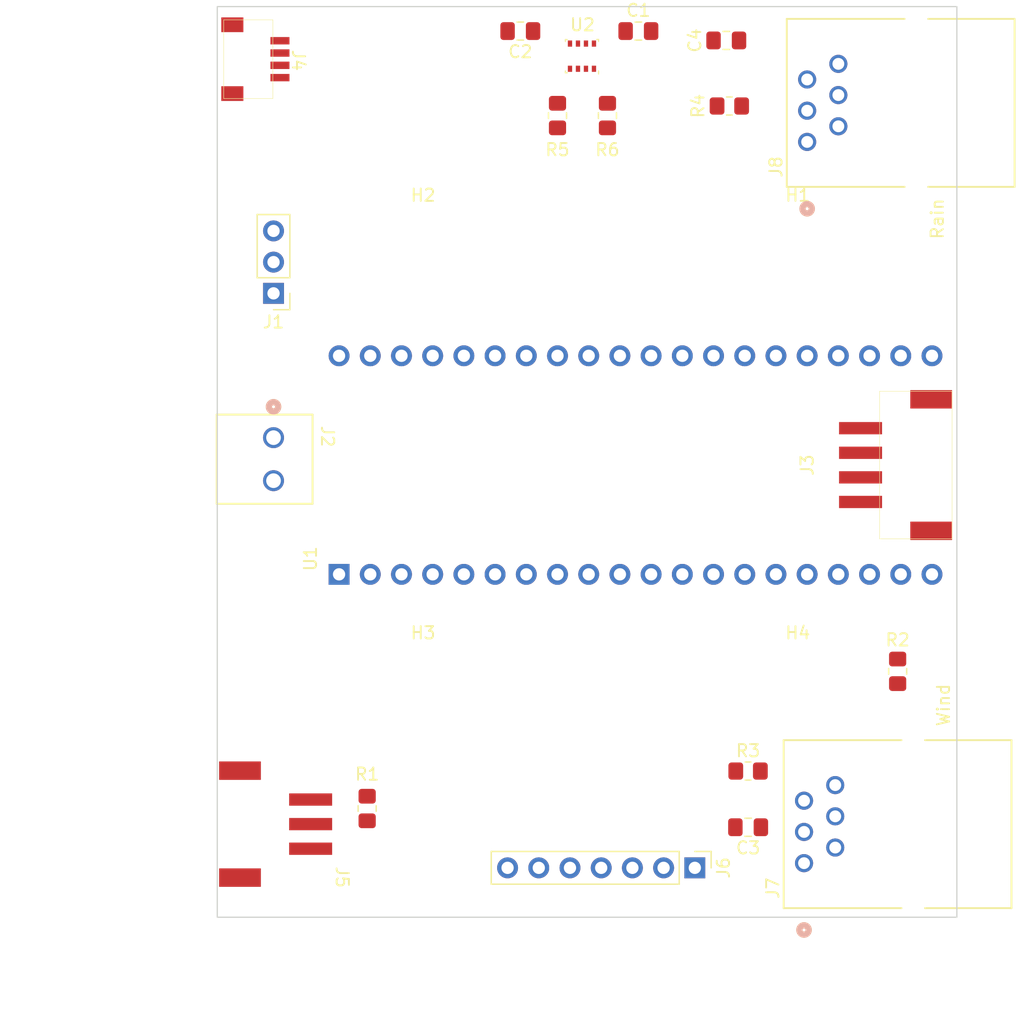
<source format=kicad_pcb>
(kicad_pcb (version 20240108) (generator "pcbnew") (generator_version "8.0")
  (layers (0 "F.Cu" signal) (31 "B.Cu" signal) (34 "B.Paste" user) (35 "F.Paste" user) (36 "B.SilkS" user "B.Silkscreen") (37 "F.SilkS" user "F.Silkscreen") (38 "B.Mask" user) (39 "F.Mask" user) (44 "Edge.Cuts" user))
  (net 0 "")
  (net 1 "/RAIN_COUNT")
  (net 2 "GND")
  (net 3 "/WINDSPEED_TGR")
  (net 4 "VCC")
  (net 5 "/UART_RX")
  (net 6 "/UART_TX")
  (net 9 "/MOSI")
  (net 10 "/MISO")
  (net 11 "/SCK")
  (net 12 "/~{CS}")
  (net 13 "/LIGHTNING_INT")
  (net 14 "+5V")
  (net 15 "/SDA")
  (net 16 "/SCL")
  (net 17 "/ONE_WIRE")
  (net 19 "/WINDDIR_OUT")
  (footprint "WeatherStation:CONN6_5555165-1_TEC" (layer "F.Cu") (at 162.56 114.935 90)
    (property "Reference" "J7" (at -2.032 -2.54 90) (layer "F.SilkS"))
    (property "Value" "RJ11")
    (fp_circle (center -5.4356 0) (end -5.0546 0) (stroke (width 0.508)) (fill none) (layer "B.SilkS"))
    (fp_line (start 10.0076 -1.657) (end -3.6576 -1.657) (stroke (width 0.1524)) (layer "F.SilkS"))
    (fp_line (start -3.6576 -1.657) (end -3.6576 7.93388) (stroke (width 0.1524)) (layer "F.SilkS"))
    (fp_line (start 10.0076 7.93388) (end 10.0076 -1.657) (stroke (width 0.1524)) (layer "F.SilkS"))
    (fp_line (start -3.6576 9.84612) (end -3.6576 16.885) (stroke (width 0.1524)) (layer "F.SilkS"))
    (fp_line (start 10.0076 16.885) (end 10.0076 9.84612) (stroke (width 0.1524)) (layer "F.SilkS"))
    (fp_line (start -3.6576 16.885) (end 10.0076 16.885) (stroke (width 0.1524)) (layer "F.SilkS"))
    (fp_circle (center -5.4356 0) (end -5.0546 0) (stroke (width 0.508)) (fill none) (layer "F.SilkS"))
    (pad "" np_thru_hole circle (at -1.905 8.89 90) (size 3.3274 3.3274) (drill 3.3274) (layers "*.Cu" "*.Mask"))
    (pad "" np_thru_hole circle (at 8.255 8.89 90) (size 3.3274 3.3274) (drill 3.3274) (layers "*.Cu" "*.Mask"))
    (pad "1" thru_hole circle (at 0 0 90) (size 1.4732 1.4732) (drill 0.9652) (layers "*.Cu" "*.Mask"))
    (pad "2" thru_hole circle (at 1.27 2.54 90) (size 1.4732 1.4732) (drill 0.9652) (layers "*.Cu" "*.Mask") (net 2 "GND"))
    (pad "3" thru_hole circle (at 2.54 0 90) (size 1.4732 1.4732) (drill 0.9652) (layers "*.Cu" "*.Mask") (net 2 "GND"))
    (pad "4" thru_hole circle (at 3.81 2.54 90) (size 1.4732 1.4732) (drill 0.9652) (layers "*.Cu" "*.Mask") (net 3 "/WINDSPEED_TGR"))
    (pad "5" thru_hole circle (at 5.08 0 90) (size 1.4732 1.4732) (drill 0.9652) (layers "*.Cu" "*.Mask") (net 19 "/WINDDIR_OUT"))
    (pad "6" thru_hole circle (at 6.35 2.54 90) (size 1.4732 1.4732) (drill 0.9652) (layers "*.Cu" "*.Mask"))
  )
  (footprint "WeatherStation:STEMMA_LARGE_3pin" (layer "F.Cu") (at 120.65 111.76 -90)
    (property "Reference" "J5" (at 4.318 -4.318 -90) (layer "F.SilkS"))
    (property "Value" "DS18B20")
    (pad "1" smd rect (at -2 -1.75 270) (size 1 3.5) (layers "F.Cu" "F.Paste" "F.Mask") (net 17 "/ONE_WIRE"))
    (pad "2" smd rect (at 0 -1.75 270) (size 1 3.5) (layers "F.Cu" "F.Paste" "F.Mask") (net 4 "VCC"))
    (pad "3" smd rect (at 2 -1.75 270) (size 1 3.5) (layers "F.Cu" "F.Paste" "F.Mask") (net 2 "GND"))
    (pad "4" smd rect (at 4.35 4 270) (size 1.5 3.4) (layers "F.Cu" "F.Paste" "F.Mask"))
    (pad "5" smd rect (at -4.35 4 270) (size 1.5 3.4) (layers "F.Cu" "F.Paste" "F.Mask"))
  )
  (footprint "Capacitor_SMD:C_0805_2012Metric_Pad1.18x1.45mm_HandSolder" (layer "F.Cu") (at 139.4675 47.244 180)
    (property "Reference" "C2" (at 0 -1.68 0) (layer "F.SilkS"))
    (property "Value" "100nF")
    (fp_line (start -0.261252 0.735) (end 0.261252 0.735) (stroke (width 0.12)) (layer "F.SilkS"))
    (fp_line (start -0.261252 -0.735) (end 0.261252 -0.735) (stroke (width 0.12)) (layer "F.SilkS"))
    (pad "1" smd roundrect (at -1.0375 0 180) (size 1.175 1.45) (layers "F.Cu" "F.Paste" "F.Mask") (roundrect_rratio 0.212766) (net 4 "VCC"))
    (pad "2" smd roundrect (at 1.0375 0 180) (size 1.175 1.45) (layers "F.Cu" "F.Paste" "F.Mask") (roundrect_rratio 0.212766) (net 2 "GND"))
  )
  (footprint "MountingHole:MountingHole_3.2mm_M3_ISO7380" (layer "F.Cu") (at 162.052 64.4506)
    (property "Reference" "H1" (at 0 -3.85 0) (layer "F.SilkS"))
    (property "Value" "MountingHole_Pad")
    (pad "" np_thru_hole circle (at 0 0) (size 3.2 3.2) (drill 3.2) (layers "*.Cu" "*.Mask"))
  )
  (footprint "WeatherStation:CONN6_5555165-1_TEC" (layer "F.Cu") (at 162.814 56.261 90)
    (property "Reference" "J8" (at -2.032 -2.54 90) (layer "F.SilkS"))
    (property "Value" "RJ11")
    (fp_circle (center -5.4356 0) (end -5.0546 0) (stroke (width 0.508)) (fill none) (layer "B.SilkS"))
    (fp_line (start 10.0076 -1.657) (end -3.6576 -1.657) (stroke (width 0.1524)) (layer "F.SilkS"))
    (fp_line (start -3.6576 -1.657) (end -3.6576 7.93388) (stroke (width 0.1524)) (layer "F.SilkS"))
    (fp_line (start 10.0076 7.93388) (end 10.0076 -1.657) (stroke (width 0.1524)) (layer "F.SilkS"))
    (fp_line (start -3.6576 9.84612) (end -3.6576 16.885) (stroke (width 0.1524)) (layer "F.SilkS"))
    (fp_line (start 10.0076 16.885) (end 10.0076 9.84612) (stroke (width 0.1524)) (layer "F.SilkS"))
    (fp_line (start -3.6576 16.885) (end 10.0076 16.885) (stroke (width 0.1524)) (layer "F.SilkS"))
    (fp_circle (center -5.4356 0) (end -5.0546 0) (stroke (width 0.508)) (fill none) (layer "F.SilkS"))
    (pad "" np_thru_hole circle (at -1.905 8.89 90) (size 3.3274 3.3274) (drill 3.3274) (layers "*.Cu" "*.Mask"))
    (pad "" np_thru_hole circle (at 8.255 8.89 90) (size 3.3274 3.3274) (drill 3.3274) (layers "F&B.Cu" "*.Mask"))
    (pad "1" thru_hole circle (at 0 0 90) (size 1.4732 1.4732) (drill 0.9652) (layers "*.Cu" "*.Mask"))
    (pad "2" thru_hole circle (at 1.27 2.54 90) (size 1.4732 1.4732) (drill 0.9652) (layers "*.Cu" "*.Mask"))
    (pad "3" thru_hole circle (at 2.54 0 90) (size 1.4732 1.4732) (drill 0.9652) (layers "*.Cu" "*.Mask") (net 2 "GND"))
    (pad "4" thru_hole circle (at 3.81 2.54 90) (size 1.4732 1.4732) (drill 0.9652) (layers "*.Cu" "*.Mask") (net 1 "/RAIN_COUNT"))
    (pad "5" thru_hole circle (at 5.08 0 90) (size 1.4732 1.4732) (drill 0.9652) (layers "*.Cu" "*.Mask"))
    (pad "6" thru_hole circle (at 6.35 2.54 90) (size 1.4732 1.4732) (drill 0.9652) (layers "*.Cu" "*.Mask"))
  )
  (footprint "Resistor_SMD:R_0805_2012Metric_Pad1.20x1.40mm_HandSolder" (layer "F.Cu") (at 127 110.49 -90)
    (property "Reference" "R1" (at -2.794 0 180) (layer "F.SilkS"))
    (property "Value" "R")
    (fp_line (start -0.227064 0.735) (end 0.227064 0.735) (stroke (width 0.12)) (layer "F.SilkS"))
    (fp_line (start -0.227064 -0.735) (end 0.227064 -0.735) (stroke (width 0.12)) (layer "F.SilkS"))
    (pad "1" smd roundrect (at -1 0 270) (size 1.2 1.4) (layers "F.Cu" "F.Paste" "F.Mask") (roundrect_rratio 0.208333) (net 17 "/ONE_WIRE"))
    (pad "2" smd roundrect (at 1 0 270) (size 1.2 1.4) (layers "F.Cu" "F.Paste" "F.Mask") (roundrect_rratio 0.208333) (net 4 "VCC"))
  )
  (footprint "Capacitor_SMD:C_0805_2012Metric_Pad1.18x1.45mm_HandSolder" (layer "F.Cu") (at 156.2315 48.006 180)
    (property "Reference" "C4" (at 2.5615 0 90) (layer "F.SilkS"))
    (property "Value" "10pF")
    (fp_line (start -0.261252 0.735) (end 0.261252 0.735) (stroke (width 0.12)) (layer "F.SilkS"))
    (fp_line (start -0.261252 -0.735) (end 0.261252 -0.735) (stroke (width 0.12)) (layer "F.SilkS"))
    (pad "1" smd roundrect (at -1.0375 0 180) (size 1.175 1.45) (layers "F.Cu" "F.Paste" "F.Mask") (roundrect_rratio 0.212766) (net 1 "/RAIN_COUNT"))
    (pad "2" smd roundrect (at 1.0375 0 180) (size 1.175 1.45) (layers "F.Cu" "F.Paste" "F.Mask") (roundrect_rratio 0.212766) (net 2 "GND"))
  )
  (footprint "Package_LGA:Bosch_LGA-8_2.5x2.5mm_P0.65mm_ClockwisePinNumbering" (layer "F.Cu") (at 144.485 49.285 180)
    (property "Reference" "U2" (at -0.041 2.549 0) (layer "F.SilkS"))
    (property "Value" "BME280")
    (fp_line (start 1.35 1.35) (end 1.35 1.2) (stroke (width 0.1)) (layer "F.SilkS"))
    (fp_line (start 1.35 1.35) (end 1.2 1.35) (stroke (width 0.1)) (layer "F.SilkS"))
    (fp_line (start 1.35 -1.35) (end 1.35 -1.2) (stroke (width 0.1)) (layer "F.SilkS"))
    (fp_line (start 1.2 -1.35) (end 1.35 -1.35) (stroke (width 0.1)) (layer "F.SilkS"))
    (fp_line (start -1.35 1.36) (end -1.2 1.36) (stroke (width 0.1)) (layer "F.SilkS"))
    (fp_line (start -1.35 1.35) (end -1.35 1.2) (stroke (width 0.1)) (layer "F.SilkS"))
    (fp_line (start -1.35 -1.2) (end -1.35 -1.45) (stroke (width 0.1)) (layer "F.SilkS"))
    (pad "1" smd rect (at -0.975 -1.025 270) (size 0.5 0.35) (layers "F.Cu" "F.Paste" "F.Mask") (net 2 "GND"))
    (pad "2" smd rect (at -0.325 -1.025 270) (size 0.5 0.35) (layers "F.Cu" "F.Paste" "F.Mask") (net 4 "VCC"))
    (pad "3" smd rect (at 0.325 -1.025 270) (size 0.5 0.35) (layers "F.Cu" "F.Paste" "F.Mask") (net 15 "/SDA"))
    (pad "4" smd rect (at 0.975 -1.025 270) (size 0.5 0.35) (layers "F.Cu" "F.Paste" "F.Mask") (net 16 "/SCL"))
    (pad "5" smd rect (at 0.975 1.025 270) (size 0.5 0.35) (layers "F.Cu" "F.Paste" "F.Mask") (net 2 "GND"))
    (pad "6" smd rect (at 0.325 1.025 270) (size 0.5 0.35) (layers "F.Cu" "F.Paste" "F.Mask") (net 4 "VCC"))
    (pad "7" smd rect (at -0.325 1.025 270) (size 0.5 0.35) (layers "F.Cu" "F.Paste" "F.Mask") (net 2 "GND"))
    (pad "8" smd rect (at -0.975 1.025 270) (size 0.5 0.35) (layers "F.Cu" "F.Paste" "F.Mask") (net 4 "VCC"))
  )
  (footprint "Capacitor_SMD:C_0805_2012Metric_Pad1.18x1.45mm_HandSolder" (layer "F.Cu") (at 149.0765 47.244)
    (property "Reference" "C1" (at 0 -1.68 0) (layer "F.SilkS"))
    (property "Value" "100nF")
    (fp_line (start -0.261252 -0.735) (end 0.261252 -0.735) (stroke (width 0.12)) (layer "F.SilkS"))
    (fp_line (start -0.261252 0.735) (end 0.261252 0.735) (stroke (width 0.12)) (layer "F.SilkS"))
    (pad "1" smd roundrect (at -1.0375 0) (size 1.175 1.45) (layers "F.Cu" "F.Paste" "F.Mask") (roundrect_rratio 0.212766) (net 4 "VCC"))
    (pad "2" smd roundrect (at 1.0375 0) (size 1.175 1.45) (layers "F.Cu" "F.Paste" "F.Mask") (roundrect_rratio 0.212766) (net 2 "GND"))
  )
  (footprint "WeatherStation:STEMMA_SMALL" (layer "F.Cu") (at 119.126 49.53 -90)
    (property "Reference" "J4" (at 0.1 -2.286 -90) (layer "F.SilkS"))
    (property "Value" "STEMMA_QT")
    (fp_line (start -3.2 3.8) (end 3.2 3.8) (stroke (width 0.04)) (layer "F.SilkS"))
    (fp_line (start -3.2 -0.2) (end -3.2 3.8) (stroke (width 0.04)) (layer "F.SilkS"))
    (fp_line (start -3.2 -0.2) (end 3.2 -0.2) (stroke (width 0.04)) (layer "F.SilkS"))
    (fp_line (start 3.2 -0.2) (end 3.2 3.8) (stroke (width 0.04)) (layer "F.SilkS"))
    (pad "1" smd rect (at -1.5 -0.775 270) (size 0.6 1.55) (layers "F.Cu" "F.Paste" "F.Mask") (net 2 "GND"))
    (pad "2" smd rect (at -0.5 -0.775 270) (size 0.6 1.55) (layers "F.Cu" "F.Paste" "F.Mask") (net 4 "VCC"))
    (pad "3" smd rect (at 0.5 -0.775 270) (size 0.6 1.55) (layers "F.Cu" "F.Paste" "F.Mask") (net 15 "/SDA"))
    (pad "4" smd rect (at 1.5 -0.775 270) (size 0.6 1.55) (layers "F.Cu" "F.Paste" "F.Mask") (net 16 "/SCL"))
    (pad "5" smd rect (at 2.8 3.1 270) (size 1.2 1.8) (layers "F.Cu" "F.Paste" "F.Mask"))
    (pad "6" smd rect (at -2.8 3.1 270) (size 1.2 1.8) (layers "F.Cu" "F.Paste" "F.Mask"))
  )
  (footprint "MountingHole:MountingHole_3.2mm_M3_ISO7380" (layer "F.Cu") (at 162.052 100.0506)
    (property "Reference" "H4" (at 0 -3.85 0) (layer "F.SilkS"))
    (property "Value" "MountingHole_Pad")
    (pad "" np_thru_hole circle (at 0 0) (size 3.2 3.2) (drill 3.2) (layers "*.Cu" "*.Mask"))
  )
  (footprint "Resistor_SMD:R_0805_2012Metric_Pad1.20x1.40mm_HandSolder" (layer "F.Cu") (at 142.494 54.118 90)
    (property "Reference" "R5" (at -2.778 0 0) (layer "F.SilkS"))
    (property "Value" "4.7K")
    (fp_line (start -0.227064 -0.735) (end 0.227064 -0.735) (stroke (width 0.12)) (layer "F.SilkS"))
    (fp_line (start -0.227064 0.735) (end 0.227064 0.735) (stroke (width 0.12)) (layer "F.SilkS"))
    (pad "1" smd roundrect (at -1 0 90) (size 1.2 1.4) (layers "F.Cu" "F.Paste" "F.Mask") (roundrect_rratio 0.208333) (net 4 "VCC"))
    (pad "2" smd roundrect (at 1 0 90) (size 1.2 1.4) (layers "F.Cu" "F.Paste" "F.Mask") (roundrect_rratio 0.208333) (net 16 "/SCL"))
  )
  (footprint "Resistor_SMD:R_0805_2012Metric_Pad1.20x1.40mm_HandSolder" (layer "F.Cu") (at 170.18 99.33 -90)
    (property "Reference" "R2" (at -2.556 0 180) (layer "F.SilkS"))
    (property "Value" "10K")
    (fp_line (start -0.227064 0.735) (end 0.227064 0.735) (stroke (width 0.12)) (layer "F.SilkS"))
    (fp_line (start -0.227064 -0.735) (end 0.227064 -0.735) (stroke (width 0.12)) (layer "F.SilkS"))
    (pad "1" smd roundrect (at -1 0 270) (size 1.2 1.4) (layers "F.Cu" "F.Paste" "F.Mask") (roundrect_rratio 0.208333) (net 4 "VCC"))
    (pad "2" smd roundrect (at 1 0 270) (size 1.2 1.4) (layers "F.Cu" "F.Paste" "F.Mask") (roundrect_rratio 0.208333) (net 19 "/WINDDIR_OUT"))
  )
  (footprint "WeatherStation:STEMMA_LARGE" (layer "F.Cu") (at 168.91 82.55 90)
    (property "Reference" "J3" (at 0 -6.096 90) (layer "F.SilkS"))
    (property "Value" "STEMMA")
    (fp_line (start 6 -0.2) (end 6 5.7) (stroke (width 0.04)) (layer "F.SilkS"))
    (fp_line (start -6 -0.2) (end 6 -0.2) (stroke (width 0.04)) (layer "F.SilkS"))
    (fp_line (start -6 -0.2) (end -6 5.7) (stroke (width 0.04)) (layer "F.SilkS"))
    (fp_line (start -6 5.7) (end 6 5.7) (stroke (width 0.04)) (layer "F.SilkS"))
    (pad "1" smd rect (at -3 -1.75 90) (size 1 3.5) (layers "F.Cu" "F.Paste" "F.Mask") (net 2 "GND"))
    (pad "2" smd rect (at -1 -1.75 90) (size 1 3.5) (layers "F.Cu" "F.Paste" "F.Mask") (net 4 "VCC"))
    (pad "3" smd rect (at 1 -1.75 90) (size 1 3.5) (layers "F.Cu" "F.Paste" "F.Mask") (net 15 "/SDA"))
    (pad "4" smd rect (at 3 -1.75 90) (size 1 3.5) (layers "F.Cu" "F.Paste" "F.Mask") (net 16 "/SCL"))
    (pad "5" smd rect (at -5.35 4 90) (size 1.5 3.4) (layers "F.Cu" "F.Paste" "F.Mask"))
    (pad "6" smd rect (at 5.35 4 90) (size 1.5 3.4) (layers "F.Cu" "F.Paste" "F.Mask"))
  )
  (footprint "Resistor_SMD:R_0805_2012Metric_Pad1.20x1.40mm_HandSolder" (layer "F.Cu") (at 146.558 54.118 90)
    (property "Reference" "R6" (at -2.778 0 180) (layer "F.SilkS"))
    (property "Value" "4.7K")
    (fp_line (start -0.227064 -0.735) (end 0.227064 -0.735) (stroke (width 0.12)) (layer "F.SilkS"))
    (fp_line (start -0.227064 0.735) (end 0.227064 0.735) (stroke (width 0.12)) (layer "F.SilkS"))
    (pad "1" smd roundrect (at -1 0 90) (size 1.2 1.4) (layers "F.Cu" "F.Paste" "F.Mask") (roundrect_rratio 0.208333) (net 4 "VCC"))
    (pad "2" smd roundrect (at 1 0 90) (size 1.2 1.4) (layers "F.Cu" "F.Paste" "F.Mask") (roundrect_rratio 0.208333) (net 15 "/SDA"))
  )
  (footprint "Connector_PinHeader_2.54mm:PinHeader_1x03_P2.54mm_Vertical" (layer "F.Cu") (at 119.38 68.58 180)
    (property "Reference" "J1" (at 0 -2.33 0) (layer "F.SilkS"))
    (property "Value" "UART_DEBUG")
    (fp_line (start 1.33 1.27) (end 1.33 6.41) (stroke (width 0.12)) (layer "F.SilkS"))
    (fp_line (start -1.33 6.41) (end 1.33 6.41) (stroke (width 0.12)) (layer "F.SilkS"))
    (fp_line (start -1.33 1.27) (end 1.33 1.27) (stroke (width 0.12)) (layer "F.SilkS"))
    (fp_line (start -1.33 1.27) (end -1.33 6.41) (stroke (width 0.12)) (layer "F.SilkS"))
    (fp_line (start -1.33 0) (end -1.33 -1.33) (stroke (width 0.12)) (layer "F.SilkS"))
    (fp_line (start -1.33 -1.33) (end 0 -1.33) (stroke (width 0.12)) (layer "F.SilkS"))
    (pad "1" thru_hole rect (at 0 0 180) (size 1.7 1.7) (drill 1) (layers "*.Cu" "*.Mask") (net 2 "GND"))
    (pad "2" thru_hole oval (at 0 2.54 180) (size 1.7 1.7) (drill 1) (layers "*.Cu" "*.Mask") (net 5 "/UART_RX"))
    (pad "3" thru_hole oval (at 0 5.08 180) (size 1.7 1.7) (drill 1) (layers "*.Cu" "*.Mask") (net 6 "/UART_TX"))
  )
  (footprint "MountingHole:MountingHole_3.2mm_M3_ISO7380" (layer "F.Cu") (at 131.552 100.0506)
    (property "Reference" "H3" (at 0 -3.85 0) (layer "F.SilkS"))
    (property "Value" "MountingHole_Pad")
    (pad "" np_thru_hole circle (at 0 0) (size 3.2 3.2) (drill 3.2) (layers "*.Cu" "*.Mask"))
  )
  (footprint "MountingHole:MountingHole_3.2mm_M3_ISO7380" (layer "F.Cu") (at 131.552 64.4506)
    (property "Reference" "H2" (at 0 -3.85 0) (layer "F.SilkS"))
    (property "Value" "MountingHole_Pad")
    (pad "" np_thru_hole circle (at 0 0) (size 3.2 3.2) (drill 3.2) (layers "*.Cu" "*.Mask"))
  )
  (footprint "Capacitor_SMD:C_0805_2012Metric_Pad1.18x1.45mm_HandSolder" (layer "F.Cu") (at 158.0095 112.014 180)
    (property "Reference" "C3" (at 0 -1.68 0) (layer "F.SilkS"))
    (property "Value" "10pF")
    (fp_line (start -0.261252 0.735) (end 0.261252 0.735) (stroke (width 0.12)) (layer "F.SilkS"))
    (fp_line (start -0.261252 -0.735) (end 0.261252 -0.735) (stroke (width 0.12)) (layer "F.SilkS"))
    (pad "1" smd roundrect (at -1.0375 0 180) (size 1.175 1.45) (layers "F.Cu" "F.Paste" "F.Mask") (roundrect_rratio 0.212766) (net 3 "/WINDSPEED_TGR"))
    (pad "2" smd roundrect (at 1.0375 0 180) (size 1.175 1.45) (layers "F.Cu" "F.Paste" "F.Mask") (roundrect_rratio 0.212766) (net 2 "GND"))
  )
  (footprint "WeatherStation:CONN_1984617_PXC" (layer "F.Cu") (at 119.38 80.319998 -90)
    (property "Reference" "J2" (at -0.1 -4.4 -90) (layer "F.SilkS"))
    (property "Value" "1984617")
    (fp_circle (center -2.511999 0) (end -2.130999 0) (stroke (width 0.508)) (fill none) (layer "B.SilkS"))
    (fp_line (start -1.877 4.627001) (end 5.377001 4.627001) (stroke (width 0.1524)) (layer "F.SilkS"))
    (fp_line (start 5.377001 4.627001) (end 5.377001 -3.176999) (stroke (width 0.1524)) (layer "F.SilkS"))
    (fp_line (start -1.877 -3.176999) (end -1.877 4.627001) (stroke (width 0.1524)) (layer "F.SilkS"))
    (fp_line (start 5.377001 -3.176999) (end -1.877 -3.176999) (stroke (width 0.1524)) (layer "F.SilkS"))
    (fp_circle (center -2.511999 0) (end -2.130999 0) (stroke (width 0.508)) (fill none) (layer "F.SilkS"))
    (pad "1" thru_hole circle (at -0.000001 0 270) (size 1.7018 1.7018) (drill 1.1938) (layers "*.Cu" "*.Mask") (net 2 "GND"))
    (pad "2" thru_hole circle (at 3.500002 0 270) (size 1.7018 1.7018) (drill 1.1938) (layers "*.Cu" "*.Mask") (net 14 "+5V"))
  )
  (footprint "Resistor_SMD:R_0805_2012Metric_Pad1.20x1.40mm_HandSolder" (layer "F.Cu") (at 156.48 53.34)
    (property "Reference" "R4" (at -2.556 0 90) (layer "F.SilkS"))
    (property "Value" "10K")
    (fp_line (start -0.227064 -0.735) (end 0.227064 -0.735) (stroke (width 0.12)) (layer "F.SilkS"))
    (fp_line (start -0.227064 0.735) (end 0.227064 0.735) (stroke (width 0.12)) (layer "F.SilkS"))
    (pad "1" smd roundrect (at -1 0) (size 1.2 1.4) (layers "F.Cu" "F.Paste" "F.Mask") (roundrect_rratio 0.208333) (net 4 "VCC"))
    (pad "2" smd roundrect (at 1 0) (size 1.2 1.4) (layers "F.Cu" "F.Paste" "F.Mask") (roundrect_rratio 0.208333) (net 1 "/RAIN_COUNT"))
  )
  (footprint "WeatherStation:PinHeader_2x20_P2.54mm_Vertical" (layer "F.Cu") (at 124.714 82.55 90)
    (property "Reference" "U1" (at -7.62 -2.33 90) (layer "F.SilkS"))
    (property "Value" "PICO_W")
    (pad "1" thru_hole rect (at -8.89 0 90) (size 1.7 1.7) (drill 1) (layers "*.Cu" "*.Mask") (net 6 "/UART_TX"))
    (pad "2" thru_hole oval (at -8.89 2.54 90) (size 1.7 1.7) (drill 1) (layers "*.Cu" "*.Mask") (net 5 "/UART_RX"))
    (pad "3" thru_hole oval (at -8.89 5.08 90) (size 1.7 1.7) (drill 1) (layers "*.Cu" "*.Mask") (net 2 "GND"))
    (pad "4" thru_hole oval (at -8.89 7.62 90) (size 1.7 1.7) (drill 1) (layers "*.Cu" "*.Mask"))
    (pad "5" thru_hole oval (at -8.89 10.16 90) (size 1.7 1.7) (drill 1) (layers "*.Cu" "*.Mask"))
    (pad "6" thru_hole oval (at -8.89 12.7 90) (size 1.7 1.7) (drill 1) (layers "*.Cu" "*.Mask") (net 1 "/RAIN_COUNT"))
    (pad "7" thru_hole oval (at -8.89 15.24 90) (size 1.7 1.7) (drill 1) (layers "*.Cu" "*.Mask"))
    (pad "8" thru_hole oval (at -8.89 17.78 90) (size 1.7 1.7) (drill 1) (layers "*.Cu" "*.Mask") (net 2 "GND"))
    (pad "9" thru_hole oval (at -8.89 20.32 90) (size 1.7 1.7) (drill 1) (layers "*.Cu" "*.Mask"))
    (pad "10" thru_hole oval (at -8.89 22.86 90) (size 1.7 1.7) (drill 1) (layers "*.Cu" "*.Mask"))
    (pad "11" thru_hole oval (at -8.89 25.4 90) (size 1.7 1.7) (drill 1) (layers "*.Cu" "*.Mask"))
    (pad "12" thru_hole oval (at -8.89 27.94 90) (size 1.7 1.7) (drill 1) (layers "*.Cu" "*.Mask"))
    (pad "13" thru_hole oval (at -8.89 30.48 90) (size 1.7 1.7) (drill 1) (layers "*.Cu" "*.Mask") (net 2 "GND"))
    (pad "14" thru_hole oval (at -8.89 33.02 90) (size 1.7 1.7) (drill 1) (layers "*.Cu" "*.Mask"))
    (pad "15" thru_hole oval (at -8.89 35.56 90) (size 1.7 1.7) (drill 1) (layers "*.Cu" "*.Mask"))
    (pad "16" thru_hole oval (at -8.89 38.1 90) (size 1.7 1.7) (drill 1) (layers "*.Cu" "*.Mask") (net 15 "/SDA"))
    (pad "17" thru_hole oval (at -8.89 40.64 90) (size 1.7 1.7) (drill 1) (layers "*.Cu" "*.Mask") (net 16 "/SCL"))
    (pad "18" thru_hole oval (at -8.89 43.18 90) (size 1.7 1.7) (drill 1) (layers "*.Cu" "*.Mask") (net 2 "GND"))
    (pad "19" thru_hole oval (at -8.89 45.72 90) (size 1.7 1.7) (drill 1) (layers "*.Cu" "*.Mask"))
    (pad "20" thru_hole oval (at -8.89 48.26 90) (size 1.7 1.7) (drill 1) (layers "*.Cu" "*.Mask") (net 17 "/ONE_WIRE"))
    (pad "21" thru_hole oval (at 8.89 48.26 90) (size 1.7 1.7) (drill 1) (layers "*.Cu" "*.Mask"))
    (pad "22" thru_hole oval (at 8.89 45.72 90) (size 1.7 1.7) (drill 1) (layers "*.Cu" "*.Mask"))
    (pad "23" thru_hole oval (at 8.89 43.18 90) (size 1.7 1.7) (drill 1) (layers "*.Cu" "*.Mask") (net 2 "GND"))
    (pad "24" thru_hole oval (at 8.89 40.64 90) (size 1.7 1.7) (drill 1) (layers "*.Cu" "*.Mask"))
    (pad "25" thru_hole oval (at 8.89 38.1 90) (size 1.7 1.7) (drill 1) (layers "*.Cu" "*.Mask"))
    (pad "26" thru_hole oval (at 8.89 35.56 90) (size 1.7 1.7) (drill 1) (layers "*.Cu" "*.Mask"))
    (pad "27" thru_hole oval (at 8.89 33.02 90) (size 1.7 1.7) (drill 1) (layers "*.Cu" "*.Mask"))
    (pad "28" thru_hole oval (at 8.89 30.48 90) (size 1.7 1.7) (drill 1) (layers "*.Cu" "*.Mask") (net 2 "GND"))
    (pad "29" thru_hole oval (at 8.89 27.94 90) (size 1.7 1.7) (drill 1) (layers "*.Cu" "*.Mask") (net 3 "/WINDSPEED_TGR"))
    (pad "30" thru_hole oval (at 8.89 25.4 90) (size 1.7 1.7) (drill 1) (layers "*.Cu" "*.Mask"))
    (pad "31" thru_hole oval (at 8.89 22.86 90) (size 1.7 1.7) (drill 1) (layers "*.Cu" "*.Mask") (net 19 "/WINDDIR_OUT"))
    (pad "32" thru_hole oval (at 8.89 20.32 90) (size 1.7 1.7) (drill 1) (layers "*.Cu" "*.Mask"))
    (pad "33" thru_hole oval (at 8.89 17.78 90) (size 1.7 1.7) (drill 1) (layers "*.Cu" "*.Mask") (net 2 "GND"))
    (pad "34" thru_hole oval (at 8.89 15.24 90) (size 1.7 1.7) (drill 1) (layers "*.Cu" "*.Mask"))
    (pad "35" thru_hole oval (at 8.89 12.7 90) (size 1.7 1.7) (drill 1) (layers "*.Cu" "*.Mask"))
    (pad "36" thru_hole oval (at 8.89 10.16 90) (size 1.7 1.7) (drill 1) (layers "*.Cu" "*.Mask") (net 4 "VCC"))
    (pad "37" thru_hole oval (at 8.89 7.62 90) (size 1.7 1.7) (drill 1) (layers "*.Cu" "*.Mask"))
    (pad "38" thru_hole oval (at 8.89 5.08 90) (size 1.7 1.7) (drill 1) (layers "*.Cu" "*.Mask") (net 2 "GND"))
    (pad "39" thru_hole oval (at 8.89 2.54 90) (size 1.7 1.7) (drill 1) (layers "*.Cu" "*.Mask") (net 14 "+5V"))
    (pad "40" thru_hole oval (at 8.89 0 90) (size 1.7 1.7) (drill 1) (layers "*.Cu" "*.Mask"))
  )
  (footprint "Connector_PinHeader_2.54mm:PinHeader_1x07_P2.54mm_Vertical" (layer "F.Cu") (at 153.67 115.316 -90)
    (property "Reference" "J6" (at 0 -2.33 90) (layer "F.SilkS"))
    (property "Value" "1X7_HEADER")
    (fp_line (start -1.33 16.57) (end 1.33 16.57) (stroke (width 0.12)) (layer "F.SilkS"))
    (fp_line (start -1.33 1.27) (end -1.33 16.57) (stroke (width 0.12)) (layer "F.SilkS"))
    (fp_line (start -1.33 1.27) (end 1.33 1.27) (stroke (width 0.12)) (layer "F.SilkS"))
    (fp_line (start 1.33 1.27) (end 1.33 16.57) (stroke (width 0.12)) (layer "F.SilkS"))
    (fp_line (start -1.33 0) (end -1.33 -1.33) (stroke (width 0.12)) (layer "F.SilkS"))
    (fp_line (start -1.33 -1.33) (end 0 -1.33) (stroke (width 0.12)) (layer "F.SilkS"))
    (pad "1" thru_hole rect (at 0 0 270) (size 1.7 1.7) (drill 1) (layers "*.Cu" "*.Mask") (net 9 "/MOSI"))
    (pad "2" thru_hole oval (at 0 2.54 270) (size 1.7 1.7) (drill 1) (layers "*.Cu" "*.Mask") (net 10 "/MISO"))
    (pad "3" thru_hole oval (at 0 5.08 270) (size 1.7 1.7) (drill 1) (layers "*.Cu" "*.Mask") (net 11 "/SCK"))
    (pad "4" thru_hole oval (at 0 7.62 270) (size 1.7 1.7) (drill 1) (layers "*.Cu" "*.Mask") (net 12 "/~{CS}"))
    (pad "5" thru_hole oval (at 0 10.16 270) (size 1.7 1.7) (drill 1) (layers "*.Cu" "*.Mask") (net 13 "/LIGHTNING_INT"))
    (pad "6" thru_hole oval (at 0 12.7 270) (size 1.7 1.7) (drill 1) (layers "*.Cu" "*.Mask") (net 4 "VCC"))
    (pad "7" thru_hole oval (at 0 15.24 270) (size 1.7 1.7) (drill 1) (layers "*.Cu" "*.Mask") (net 2 "GND"))
  )
  (footprint "Resistor_SMD:R_0805_2012Metric_Pad1.20x1.40mm_HandSolder" (layer "F.Cu") (at 158.004 107.442)
    (property "Reference" "R3" (at 0 -1.65 0) (layer "F.SilkS"))
    (property "Value" "10K")
    (fp_line (start -0.227064 -0.735) (end 0.227064 -0.735) (stroke (width 0.12)) (layer "F.SilkS"))
    (fp_line (start -0.227064 0.735) (end 0.227064 0.735) (stroke (width 0.12)) (layer "F.SilkS"))
    (pad "1" smd roundrect (at -1 0) (size 1.2 1.4) (layers "F.Cu" "F.Paste" "F.Mask") (roundrect_rratio 0.208333) (net 4 "VCC"))
    (pad "2" smd roundrect (at 1 0) (size 1.2 1.4) (layers "F.Cu" "F.Paste" "F.Mask") (roundrect_rratio 0.208333) (net 3 "/WINDSPEED_TGR"))
  )
  (gr_rect (start 114.802 45.2506) (end 175 119.3342) (stroke (width 0.1)) (fill none) (layer "Edge.Cuts"))
  (gr_text "Wind" (at 174.498 103.886 90) (layer "F.SilkS") (effects (font (size 1 1)) (justify left bottom)))
  (gr_text "Rain" (at 173.99 64.262 90) (layer "F.SilkS") (effects (font (size 1 1)) (justify left bottom)))
  (segment (start 159.004 107.80033) (end 159.004 107.442) (width 0.25) (layer "F.Cu") (net 3))
  (segment (start 165.1 111.125) (end 165.1 111.35633) (width 0.25) (layer "F.Cu") (net 3))
  (segment (start 165.91 83.55) (end 167.16 83.55) (width 0.25) (layer "F.Cu") (net 4))
  (segment (start 127 111.49) (end 126.73 111.76) (width 0.25) (layer "F.Cu") (net 4))
  (segment (start 126.73 109.76) (end 127 109.49) (width 0.25) (layer "F.Cu") (net 17))
)
</source>
